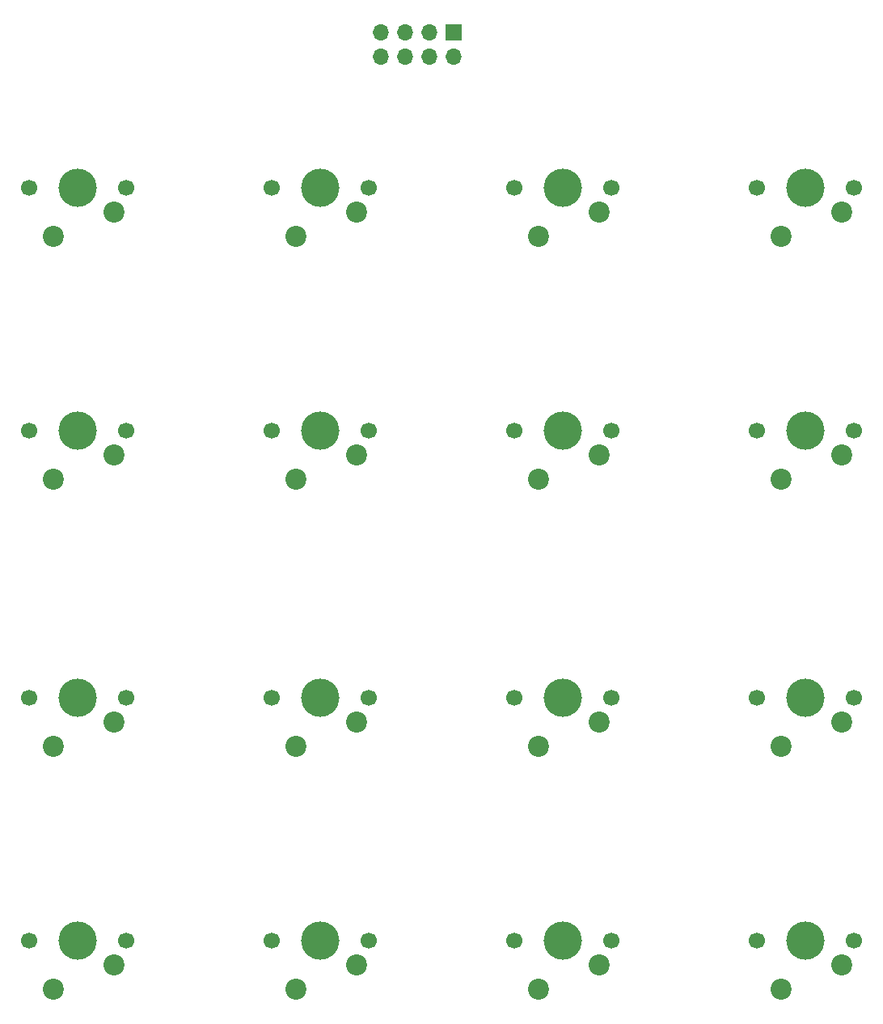
<source format=gbr>
%TF.GenerationSoftware,KiCad,Pcbnew,7.0.9-7.0.9~ubuntu22.04.1*%
%TF.CreationDate,2023-12-14T14:55:04+01:00*%
%TF.ProjectId,odooPad,6f646f6f-5061-4642-9e6b-696361645f70,rev?*%
%TF.SameCoordinates,Original*%
%TF.FileFunction,Soldermask,Top*%
%TF.FilePolarity,Negative*%
%FSLAX46Y46*%
G04 Gerber Fmt 4.6, Leading zero omitted, Abs format (unit mm)*
G04 Created by KiCad (PCBNEW 7.0.9-7.0.9~ubuntu22.04.1) date 2023-12-14 14:55:04*
%MOMM*%
%LPD*%
G01*
G04 APERTURE LIST*
%ADD10R,1.700000X1.700000*%
%ADD11O,1.700000X1.700000*%
%ADD12C,1.700000*%
%ADD13C,4.000000*%
%ADD14C,2.200000*%
G04 APERTURE END LIST*
D10*
%TO.C,Connector1*%
X146050000Y-34560000D03*
D11*
X146050000Y-37100000D03*
X143510000Y-34560000D03*
X143510000Y-37100000D03*
X140970000Y-34560000D03*
X140970000Y-37100000D03*
X138430000Y-34560000D03*
X138430000Y-37100000D03*
%TD*%
D12*
%TO.C,SW12*%
X162560000Y-129540000D03*
D13*
X157480000Y-129540000D03*
D12*
X152400000Y-129540000D03*
D14*
X154940000Y-134620000D03*
X161290000Y-132080000D03*
%TD*%
D12*
%TO.C,SW13*%
X187960000Y-50800000D03*
D13*
X182880000Y-50800000D03*
D12*
X177800000Y-50800000D03*
D14*
X180340000Y-55880000D03*
X186690000Y-53340000D03*
%TD*%
D12*
%TO.C,SW6*%
X137160000Y-76200000D03*
D13*
X132080000Y-76200000D03*
D12*
X127000000Y-76200000D03*
D14*
X129540000Y-81280000D03*
X135890000Y-78740000D03*
%TD*%
%TO.C,SW1*%
X110490000Y-53340000D03*
X104140000Y-55880000D03*
D12*
X101600000Y-50800000D03*
D13*
X106680000Y-50800000D03*
D12*
X111760000Y-50800000D03*
%TD*%
%TO.C,SW15*%
X187960000Y-104140000D03*
D13*
X182880000Y-104140000D03*
D12*
X177800000Y-104140000D03*
D14*
X180340000Y-109220000D03*
X186690000Y-106680000D03*
%TD*%
D12*
%TO.C,SW16*%
X187960000Y-129540000D03*
D13*
X182880000Y-129540000D03*
D12*
X177800000Y-129540000D03*
D14*
X180340000Y-134620000D03*
X186690000Y-132080000D03*
%TD*%
D12*
%TO.C,SW9*%
X162560000Y-50800000D03*
D13*
X157480000Y-50800000D03*
D12*
X152400000Y-50800000D03*
D14*
X154940000Y-55880000D03*
X161290000Y-53340000D03*
%TD*%
D12*
%TO.C,SW8*%
X137160000Y-129540000D03*
D13*
X132080000Y-129540000D03*
D12*
X127000000Y-129540000D03*
D14*
X129540000Y-134620000D03*
X135890000Y-132080000D03*
%TD*%
D12*
%TO.C,SW5*%
X137160000Y-50800000D03*
D13*
X132080000Y-50800000D03*
D12*
X127000000Y-50800000D03*
D14*
X129540000Y-55880000D03*
X135890000Y-53340000D03*
%TD*%
D12*
%TO.C,SW7*%
X137160000Y-104140000D03*
D13*
X132080000Y-104140000D03*
D12*
X127000000Y-104140000D03*
D14*
X129540000Y-109220000D03*
X135890000Y-106680000D03*
%TD*%
D12*
%TO.C,SW14*%
X187960000Y-76200000D03*
D13*
X182880000Y-76200000D03*
D12*
X177800000Y-76200000D03*
D14*
X180340000Y-81280000D03*
X186690000Y-78740000D03*
%TD*%
D12*
%TO.C,SW3*%
X111760000Y-104140000D03*
D13*
X106680000Y-104140000D03*
D12*
X101600000Y-104140000D03*
D14*
X104140000Y-109220000D03*
X110490000Y-106680000D03*
%TD*%
D12*
%TO.C,SW11*%
X162560000Y-104140000D03*
D13*
X157480000Y-104140000D03*
D12*
X152400000Y-104140000D03*
D14*
X154940000Y-109220000D03*
X161290000Y-106680000D03*
%TD*%
D12*
%TO.C,SW4*%
X111760000Y-129540000D03*
D13*
X106680000Y-129540000D03*
D12*
X101600000Y-129540000D03*
D14*
X104140000Y-134620000D03*
X110490000Y-132080000D03*
%TD*%
D12*
%TO.C,SW10*%
X162560000Y-76200000D03*
D13*
X157480000Y-76200000D03*
D12*
X152400000Y-76200000D03*
D14*
X154940000Y-81280000D03*
X161290000Y-78740000D03*
%TD*%
D12*
%TO.C,SW2*%
X111760000Y-76200000D03*
D13*
X106680000Y-76200000D03*
D12*
X101600000Y-76200000D03*
D14*
X104140000Y-81280000D03*
X110490000Y-78740000D03*
%TD*%
M02*

</source>
